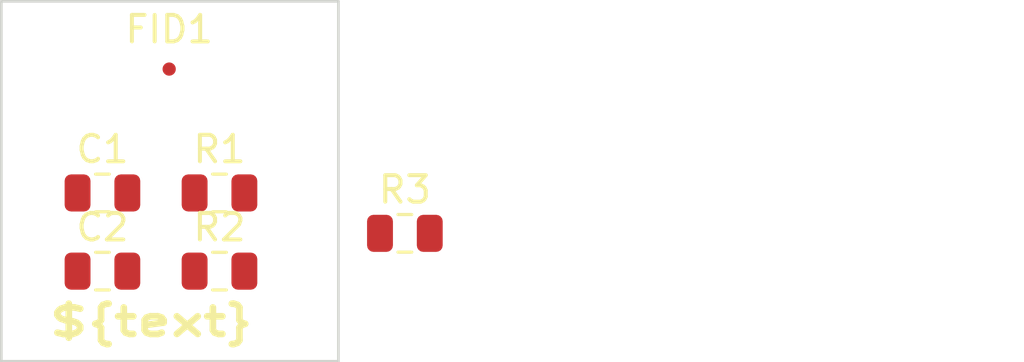
<source format=kicad_pcb>
(kicad_pcb (version 20211014) (generator pcbnew)
  (layers (0 "F.Cu" signal) (31 "B.Cu" signal) (34 "B.Paste" user) (35 "F.Paste" user) (36 "B.SilkS" user "B.Silkscreen") (37 "F.SilkS" user "F.Silkscreen") (38 "B.Mask" user) (39 "F.Mask" user) (44 "Edge.Cuts" user))
  (net 0 "")
  (net 1 "Net-(C1-Pad2)")
  (net 2 "Net-(C1-Pad1)")
  (net 3 "Net-(C2-Pad2)")
  (net 4 "Net-(C2-Pad1)")
  (net 5 "Net-(R1-Pad2)")
  (net 6 "Net-(R1-Pad1)")
  (net 7 "Net-(R2-Pad2)")
  (net 8 "Net-(R2-Pad1)")
  (footprint "Capacitor_SMD:C_0805_2012Metric" (layer "F.Cu") (at 137.16 87.63)
    (fp_text reference "C1" (at 0 -1.65) (layer "F.SilkS"))
    (fp_text value "1nF")
    (fp_line (start -0.258578 0.71) (end 0.258578 0.71) (layer "F.SilkS") (width 0.12))
    (fp_line (start -0.258578 -0.71) (end 0.258578 -0.71) (layer "F.SilkS") (width 0.12))
    (pad "1" smd roundrect locked (at -0.9375 0) (size 0.975 1.4) (layers "F.Cu" "F.Paste" "F.Mask") (net 2 "Net-(C1-Pad1)"))
    (pad "2" smd roundrect locked (at 0.9375 0) (size 0.975 1.4) (layers "F.Cu" "F.Paste" "F.Mask") (net 1 "Net-(C1-Pad2)"))
  )
  (footprint "Capacitor_SMD:C_0805_2012Metric" (layer "F.Cu") (at 137.16 90.58)
    (fp_text reference "C2" (at 0 -1.65) (layer "F.SilkS"))
    (fp_text value "1000 pF")
    (fp_line (start -0.258578 0.71) (end 0.258578 0.71) (layer "F.SilkS") (width 0.12))
    (fp_line (start -0.258578 -0.71) (end 0.258578 -0.71) (layer "F.SilkS") (width 0.12))
    (pad "1" smd roundrect locked (at -0.9375 0) (size 0.975 1.4) (layers "F.Cu" "F.Paste" "F.Mask") (net 4 "Net-(C2-Pad1)"))
    (pad "2" smd roundrect locked (at 0.9375 0) (size 0.975 1.4) (layers "F.Cu" "F.Paste" "F.Mask") (net 3 "Net-(C2-Pad2)"))
  )
  (footprint "Resistor_SMD:R_0805_2012Metric" (layer "F.Cu") (at 141.57 90.58)
    (fp_text reference "R2" (at 0 -1.65) (layer "F.SilkS"))
    (fp_text value "1000")
    (fp_line (start -0.258578 -0.71) (end 0.258578 -0.71) (layer "F.SilkS") (width 0.12))
    (fp_line (start -0.258578 0.71) (end 0.258578 0.71) (layer "F.SilkS") (width 0.12))
    (pad "1" smd roundrect locked (at -0.9375 0) (size 0.975 1.4) (layers "F.Cu" "F.Paste" "F.Mask") (net 8 "Net-(R2-Pad1)"))
    (pad "2" smd roundrect locked (at 0.9375 0) (size 0.975 1.4) (layers "F.Cu" "F.Paste" "F.Mask") (net 7 "Net-(R2-Pad2)"))
  )
  (footprint "Resistor_SMD:R_0805_2012Metric" (layer "F.Cu") (at 141.57 87.63)
    (fp_text reference "R1" (at 0 -1.65) (layer "F.SilkS"))
    (fp_text value "1k")
    (fp_line (start -0.258578 -0.71) (end 0.258578 -0.71) (layer "F.SilkS") (width 0.12))
    (fp_line (start -0.258578 0.71) (end 0.258578 0.71) (layer "F.SilkS") (width 0.12))
    (pad "1" smd roundrect locked (at -0.9375 0) (size 0.975 1.4) (layers "F.Cu" "F.Paste" "F.Mask") (net 6 "Net-(R1-Pad1)"))
    (pad "2" smd roundrect locked (at 0.9375 0) (size 0.975 1.4) (layers "F.Cu" "F.Paste" "F.Mask") (net 5 "Net-(R1-Pad2)"))
  )
  (footprint "Resistor_SMD:R_0805_2012Metric" (layer "F.Cu") (at 148.555 89.154)
    (fp_text reference "R3" (at 0 -1.65) (layer "F.SilkS"))
    (fp_text value "1k")
    (fp_line (start -0.258578 0.71) (end 0.258578 0.71) (layer "F.SilkS") (width 0.12))
    (fp_line (start -0.258578 -0.71) (end 0.258578 -0.71) (layer "F.SilkS") (width 0.12))
    (pad "1" smd roundrect locked (at -0.9375 0) (size 0.975 1.4) (layers "F.Cu" "F.Paste" "F.Mask") (net 6 "Net-(R1-Pad1)"))
    (pad "2" smd roundrect locked (at 0.9375 0) (size 0.975 1.4) (layers "F.Cu" "F.Paste" "F.Mask") (net 5 "Net-(R1-Pad2)"))
  )
  (footprint "Fiducial:Fiducial_0.5mm_Mask1mm" (layer "F.Cu") (at 139.6746 82.9564)
    (fp_text reference "FID1" (at 0 -1.5) (layer "F.SilkS"))
    (fp_text value "Fiducial")
    (pad "" smd circle locked (at 0 0) (size 0.5 0.5) (layers "F.Cu" "F.Mask") (clearance 0.25))
  )
  (gr_line (start 133.35 80.4) (end 133.35 93.98) (layer "Edge.Cuts") (width 0.1))
  (gr_line (start 146.05 80.4) (end 133.35 80.4) (layer "Edge.Cuts") (width 0.1))
  (gr_line (start 146.05 93.98) (end 146.05 80.4) (layer "Edge.Cuts") (width 0.1))
  (gr_line (start 133.35 93.98) (end 146.05 93.98) (layer "Edge.Cuts") (width 0.1))
  (gr_text "${text}" (at 139 92.5) (layer "F.SilkS") (effects (font (size 1 1.5) (thickness 0.25))))
)
</source>
